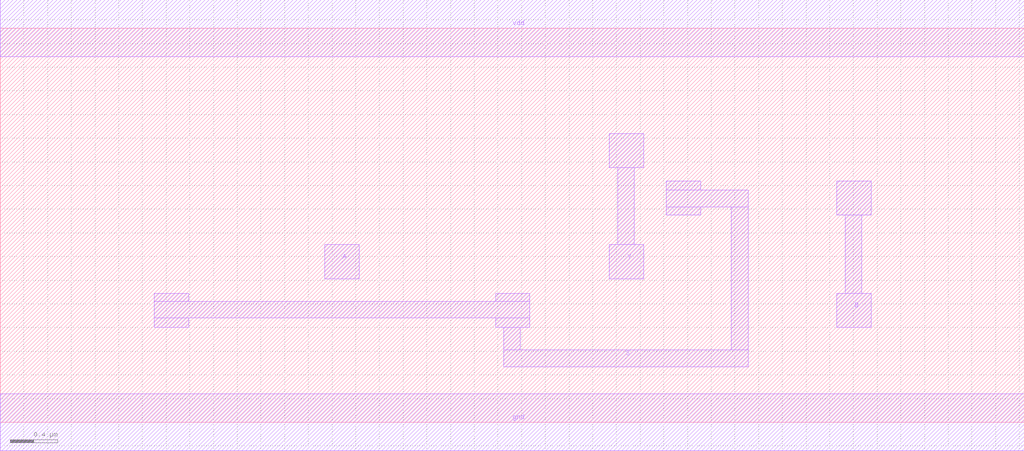
<source format=lef>
VERSION 5.7 ;
  NOWIREEXTENSIONATPIN ON ;
  DIVIDERCHAR "/" ;
  BUSBITCHARS "[]" ;
MACRO MUX2X1
  CLASS CORE ;
  FOREIGN MUX2X1 ;
  ORIGIN 0.000 0.000 ;
  SIZE 8.640 BY 3.330 ;
  SYMMETRY X Y R90 ;
  SITE unit ;
  PIN vdd
    DIRECTION INOUT ;
    USE POWER ;
    SHAPE ABUTMENT ;
    PORT
      LAYER met1 ;
        RECT 0.000 3.090 8.640 3.570 ;
    END
  END vdd
  PIN gnd
    DIRECTION INOUT ;
    USE GROUND ;
    SHAPE ABUTMENT ;
    PORT
      LAYER met1 ;
        RECT 0.000 -0.240 8.640 0.240 ;
    END
  END gnd
  PIN Y
    DIRECTION INOUT ;
    USE SIGNAL ;
    SHAPE ABUTMENT ;
    PORT
      LAYER met1 ;
        RECT 5.140 2.150 5.430 2.440 ;
        RECT 5.210 1.500 5.350 2.150 ;
        RECT 5.140 1.210 5.430 1.500 ;
    END
  END Y
  PIN S
    DIRECTION INOUT ;
    USE SIGNAL ;
    SHAPE ABUTMENT ;
    PORT
      LAYER met1 ;
        RECT 5.620 1.960 5.910 2.040 ;
        RECT 5.620 1.820 6.310 1.960 ;
        RECT 5.620 1.750 5.910 1.820 ;
        RECT 1.300 1.020 1.590 1.090 ;
        RECT 4.180 1.020 4.470 1.090 ;
        RECT 1.300 0.880 4.470 1.020 ;
        RECT 1.300 0.800 1.590 0.880 ;
        RECT 4.180 0.800 4.470 0.880 ;
        RECT 4.250 0.610 4.390 0.800 ;
        RECT 6.170 0.610 6.310 1.820 ;
        RECT 4.250 0.470 6.310 0.610 ;
    END
  END S
  PIN B
    DIRECTION INOUT ;
    USE SIGNAL ;
    SHAPE ABUTMENT ;
    PORT
      LAYER met1 ;
        RECT 7.060 1.750 7.350 2.040 ;
        RECT 7.130 1.090 7.270 1.750 ;
        RECT 7.060 0.800 7.350 1.090 ;
    END
  END B
  PIN A
    DIRECTION INOUT ;
    USE SIGNAL ;
    SHAPE ABUTMENT ;
    PORT
      LAYER met1 ;
        RECT 2.740 1.210 3.030 1.500 ;
    END
  END A
END MUX2X1
END LIBRARY


</source>
